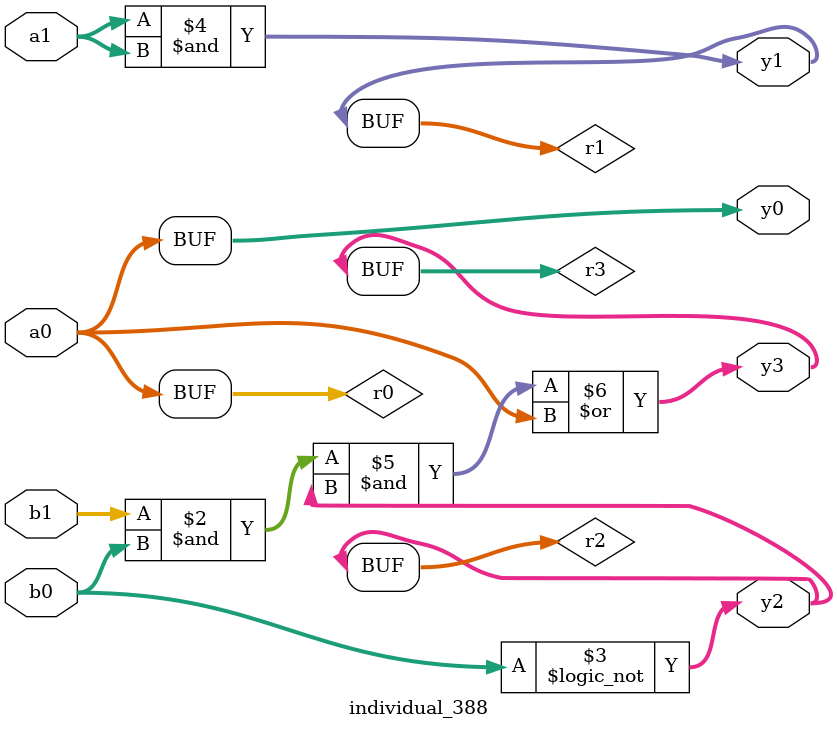
<source format=sv>
module individual_388(input logic [15:0] a1, input logic [15:0] a0, input logic [15:0] b1, input logic [15:0] b0, output logic [15:0] y3, output logic [15:0] y2, output logic [15:0] y1, output logic [15:0] y0);
logic [15:0] r0, r1, r2, r3; 
 always@(*) begin 
	 r0 = a0; r1 = a1; r2 = b0; r3 = b1; 
 	 r3  &=  b0 ;
 	 r2 = ! b0 ;
 	 r1  &=  r1 ;
 	 r3  &=  r2 ;
 	 r3  |=  r0 ;
 	 y3 = r3; y2 = r2; y1 = r1; y0 = r0; 
end
endmodule
</source>
